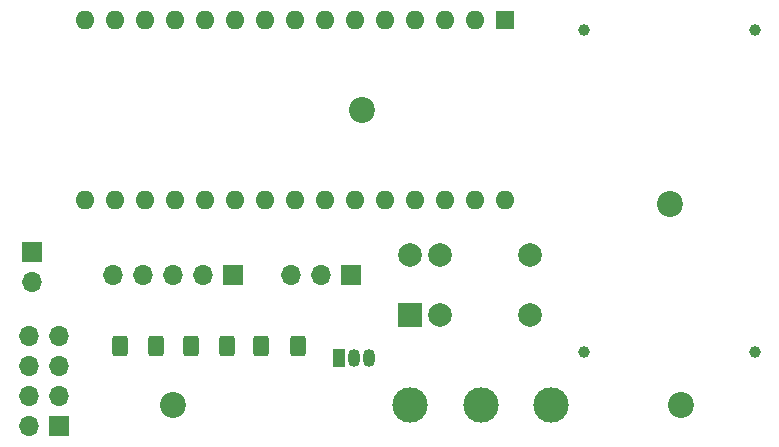
<source format=gbr>
%TF.GenerationSoftware,KiCad,Pcbnew,(6.0.6-0)*%
%TF.CreationDate,2022-07-04T00:11:51+08:00*%
%TF.ProjectId,__,4dc82e6b-6963-4616-945f-706362585858,rev?*%
%TF.SameCoordinates,Original*%
%TF.FileFunction,Soldermask,Top*%
%TF.FilePolarity,Negative*%
%FSLAX46Y46*%
G04 Gerber Fmt 4.6, Leading zero omitted, Abs format (unit mm)*
G04 Created by KiCad (PCBNEW (6.0.6-0)) date 2022-07-04 00:11:51*
%MOMM*%
%LPD*%
G01*
G04 APERTURE LIST*
G04 Aperture macros list*
%AMRoundRect*
0 Rectangle with rounded corners*
0 $1 Rounding radius*
0 $2 $3 $4 $5 $6 $7 $8 $9 X,Y pos of 4 corners*
0 Add a 4 corners polygon primitive as box body*
4,1,4,$2,$3,$4,$5,$6,$7,$8,$9,$2,$3,0*
0 Add four circle primitives for the rounded corners*
1,1,$1+$1,$2,$3*
1,1,$1+$1,$4,$5*
1,1,$1+$1,$6,$7*
1,1,$1+$1,$8,$9*
0 Add four rect primitives between the rounded corners*
20,1,$1+$1,$2,$3,$4,$5,0*
20,1,$1+$1,$4,$5,$6,$7,0*
20,1,$1+$1,$6,$7,$8,$9,0*
20,1,$1+$1,$8,$9,$2,$3,0*%
G04 Aperture macros list end*
%ADD10R,2.000000X2.000000*%
%ADD11C,2.000000*%
%ADD12C,3.000000*%
%ADD13C,2.200000*%
%ADD14R,1.600000X1.600000*%
%ADD15O,1.600000X1.600000*%
%ADD16RoundRect,0.250000X-0.400000X-0.625000X0.400000X-0.625000X0.400000X0.625000X-0.400000X0.625000X0*%
%ADD17R,1.050000X1.500000*%
%ADD18O,1.050000X1.500000*%
%ADD19R,1.700000X1.700000*%
%ADD20O,1.700000X1.700000*%
%ADD21C,1.000000*%
%ADD22RoundRect,0.250000X0.400000X0.625000X-0.400000X0.625000X-0.400000X-0.625000X0.400000X-0.625000X0*%
G04 APERTURE END LIST*
D10*
%TO.C,K1*%
X98042500Y-128407500D03*
D11*
X100582500Y-128407500D03*
X108202500Y-128407500D03*
X108202500Y-123327500D03*
X100582500Y-123327500D03*
X98042500Y-123327500D03*
%TD*%
D12*
%TO.C,H1_SIG*%
X98000000Y-136000000D03*
%TD*%
D13*
%TO.C,M2*%
X121000000Y-136000000D03*
%TD*%
D14*
%TO.C,Arduino1*%
X106050000Y-103390000D03*
D15*
X103510000Y-103390000D03*
X100970000Y-103390000D03*
X98430000Y-103390000D03*
X95890000Y-103390000D03*
X93350000Y-103390000D03*
X90810000Y-103390000D03*
X88270000Y-103390000D03*
X85730000Y-103390000D03*
X83190000Y-103390000D03*
X80650000Y-103390000D03*
X78110000Y-103390000D03*
X75570000Y-103390000D03*
X73030000Y-103390000D03*
X70490000Y-103390000D03*
X70490000Y-118630000D03*
X73030000Y-118630000D03*
X75570000Y-118630000D03*
X78110000Y-118630000D03*
X80650000Y-118630000D03*
X83190000Y-118630000D03*
X85730000Y-118630000D03*
X88270000Y-118630000D03*
X90810000Y-118630000D03*
X93350000Y-118630000D03*
X95890000Y-118630000D03*
X98430000Y-118630000D03*
X100970000Y-118630000D03*
X103510000Y-118630000D03*
X106050000Y-118630000D03*
%TD*%
D16*
%TO.C,R3*%
X73450000Y-131000000D03*
X76550000Y-131000000D03*
%TD*%
D12*
%TO.C,H2_GND*%
X110000000Y-136000000D03*
%TD*%
D17*
%TO.C,Q1*%
X92000000Y-132000000D03*
D18*
X93270000Y-132000000D03*
X94540000Y-132000000D03*
%TD*%
D19*
%TO.C,J2_CTRL*%
X83075000Y-125000000D03*
D20*
X80535000Y-125000000D03*
X77995000Y-125000000D03*
X75455000Y-125000000D03*
X72915000Y-125000000D03*
%TD*%
D21*
%TO.C,TR1*%
X112800000Y-104250000D03*
X127200000Y-104250000D03*
X112800000Y-131500000D03*
X127200000Y-131500000D03*
%TD*%
D19*
%TO.C,J1_PWR*%
X93000000Y-125000000D03*
D20*
X90460000Y-125000000D03*
X87920000Y-125000000D03*
%TD*%
D13*
%TO.C,M2*%
X78000000Y-136000000D03*
%TD*%
D22*
%TO.C,R4*%
X82550000Y-131000000D03*
X79450000Y-131000000D03*
%TD*%
D19*
%TO.C,J3_LIGHT*%
X66000000Y-123000000D03*
D20*
X66000000Y-125540000D03*
%TD*%
D12*
%TO.C,H3_BAT*%
X104000000Y-136000000D03*
%TD*%
D13*
%TO.C,M2*%
X94000000Y-111000000D03*
%TD*%
%TO.C,M2*%
X120000000Y-119000000D03*
%TD*%
D19*
%TO.C,J4_2.4G*%
X68275000Y-137800000D03*
D20*
X65735000Y-137800000D03*
X68275000Y-135260000D03*
X65735000Y-135260000D03*
X68275000Y-132720000D03*
X65735000Y-132720000D03*
X68275000Y-130180000D03*
X65735000Y-130180000D03*
%TD*%
D16*
%TO.C,R5*%
X85450000Y-131000000D03*
X88550000Y-131000000D03*
%TD*%
M02*

</source>
